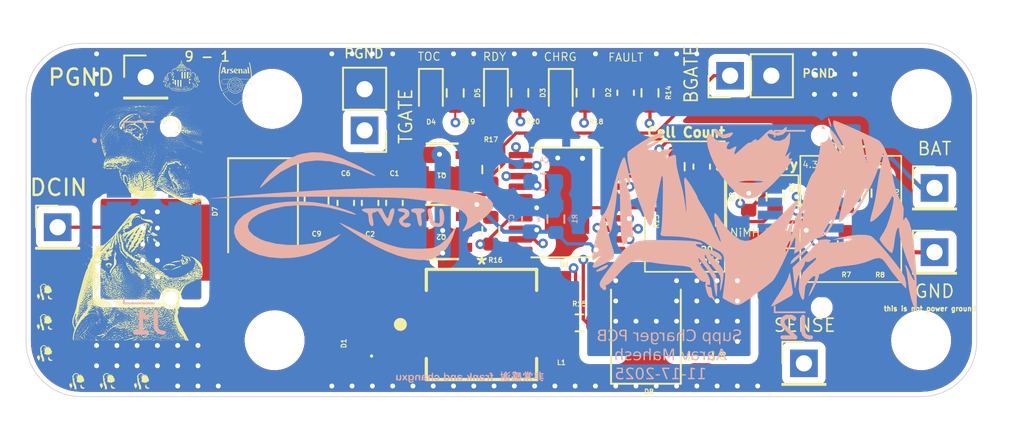
<source format=kicad_pcb>
(kicad_pcb (version 20241229) (generator "pcbnew") (generator_version "9.0")
  (layers (0 "F.Cu" signal) (4 "In1.Cu" signal) (6 "In2.Cu" signal) (2 "B.Cu" signal) (13 "F.Paste" user) (15 "B.Paste" user) (5 "F.SilkS" user "F.Silkscreen") (7 "B.SilkS" user "B.Silkscreen") (1 "F.Mask" user) (3 "B.Mask" user) (25 "Edge.Cuts" user))
  (net 0 "")
  (net 1 "GND")
  (net 2 "/CELL")
  (net 3 "/VDD")
  (net 4 "BAT")
  (net 5 "PGND")
  (net 7 "/SENSE")
  (net 8 "+24V")
  (net 10 "/TOC")
  (net 12 "/CHRG")
  (net 14 "/TGATE")
  (net 15 "/READY")
  (net 16 "/FAULT")
  (net 17 "/BGATE")
  (net 18 "/CHEM")
  (net 19 "/3V3_THERM")
  (net 20 "/TIMER")
  (net 21 "Net-(R4-Pad2)")
  (net 22 "Net-(R6-Pad2)")
  (net 23 "/CELLDIV")
  (net 25 "/NMOS_GATE")
  (net 26 "Net-(D2-K)")
  (net 27 "Net-(D3-K)")
  (net 28 "Net-(D4-K)")
  (net 29 "Net-(D5-K)")
  (net 30 "/PMOS_GATE")
  (net 31 "/SWITCH_NODE")
  (footprint "Resistor_SMD:R_0603_1608Metric" (layer "F.Cu") (at 153.04 140.545 -90)
    (property "Reference" "R8")
    (property "Value" "50k")
  )
  (footprint "Connector_PinHeader_2.54mm:PinHeader_1x01_P2.54mm_Vertical" (layer "F.Cu") (at 156.4 140.99)
    (property "Reference" "GND1" (hide yes))
    (property "Value" "TestPoint")
  )
  (footprint "Capacitor_SMD:C_0603_1608Metric" (layer "F.Cu") (at 137.36 131.155 -90)
    (property "Reference" "D2")
    (property "Value" "FAULT")
  )
  (footprint "Resistor_SMD:R_0603_1608Metric" (layer "F.Cu") (at 146.57 137.575 -90)
    (property "Reference" "R3")
    (property "Value" "0")
  )
  (footprint "Connector_PinHeader_2.54mm:PinHeader_1x02_P2.54mm_Vertical" (layer "F.Cu") (at 143.8 130.1 90)
    (property "Reference" "BGATE1" (hide yes))
    (property "Value" "Conn_01x02")
  )
  (footprint "CustomLib:mid" (layer "F.Cu") (at 113.3 130.53805)
    (property "Reference" "LOGO9" (hide yes))
    (property "Value" "mid" (hide yes))
  )
  (footprint "Capacitor_SMD:C_0603_1608Metric" (layer "F.Cu") (at 142.05 135.7125 90)
    (property "Reference" "C3")
    (property "Value" "0.1uF")
  )
  (footprint "CustomLib:WE-LHMI_7050" (layer "F.Cu") (at 128.475 145.45)
    (property "Reference" "L1")
    (property "Value" "10uH")
  )
  (footprint "CustomLib:rose" (layer "F.Cu") (at 101.56 145.31)
    (property "Reference" "LOGO5" (hide yes))
    (property "Value" "Rose" (hide yes))
  )
  (footprint "Resistor_SMD:R_0603_1608Metric" (layer "F.Cu") (at 126.855287 131.163828 -90)
    (property "Reference" "R19")
    (property "Value" "3K")
  )
  (footprint "Diode_SMD:D_SMB" (layer "F.Cu") (at 138.60995 145.45 90)
    (property "Reference" "D8")
    (property "Value" "TVS_O")
  )
  (footprint "CustomLib:UPS140E3TR7" (layer "F.Cu") (at 121.7 144.65 90)
    (property "Reference" "D1")
    (property "Value" "D_Schottky" (hide yes))
  )
  (footprint "Connector_PinHeader_2.54mm:PinHeader_1x01_P2.54mm_Vertical" (layer "F.Cu") (at 102.35 139.45)
    (property "Reference" "DCIN1" (hide yes))
    (property "Value" "TestPoint")
  )
  (footprint "Resistor_SMD:R_0603_1608Metric" (layer "F.Cu") (at 144.945 137.575 -90)
    (property "Reference" "R2")
    (property "Value" "0")
  )
  (footprint "Connector_PinHeader_2.54mm:PinHeader_1x01_P2.54mm_Vertical" (layer "F.Cu") (at 156.4 137.025)
    (property "Reference" "BAT1" (hide yes))
    (property "Value" "TestPoint")
  )
  (footprint "Resistor_SMD:R_0603_1608Metric" (layer "F.Cu") (at 150.96 137.345 -90)
    (property "Reference" "R4")
    (property "Value" "0")
  )
  (footprint "CustomLib:TSOT23-6-419BL_OSI" (layer "F.Cu") (at 126.04745 139.739998 180)
    (property "Reference" "Q2")
    (property "Value" "PMOS")
  )
  (footprint "CustomLib:TSOP6_MO-193C_VIS" (layer "F.Cu") (at 126.0534 135.939999 180)
    (property "Reference" "Q1")
    (property "Value" "NMOS")
  )
  (footprint "Capacitor_SMD:C_0805_2012Metric" (layer "F.Cu") (at 118.30995 137.75 90)
    (property "Reference" "C9")
    (property "Value" "10uF")
  )
  (footprint "Resistor_SMD:R_0603_1608Metric" (layer "F.Cu") (at 130.84 131.155 -90)
    (property "Reference" "R20")
    (property "Value" "3K")
  )
  (footprint "Resistor_SMD:R_0603_1608Metric" (layer "F.Cu") (at 129.04745 139.665 90)
    (property "Reference" "R16")
    (property "Value" "0")
  )
  (footprint "CustomLib:rose" (layer "F.Cu") (at 101.56 143.44)
    (property "Reference" "LOGO5" (hide yes))
    (property "Value" "Rose" (hide yes))
  )
  (footprint "LED_SMD:LED_0603_1608Metric" (layer "F.Cu") (at 125.355287 131.163828 -90)
    (property "Reference" "D4")
    (property "Value" "TOC")
  )
  (footprint "Capacitor_SMD:C_0603_1608Metric" (layer "F.Cu") (at 120.10995 137.95 90)
    (property "Reference" "C6")
    (property "Value" "1uF")
  )
  (footprint "Package_SO:HTSSOP-20-1EP_4.4x6.5mm_P0.65mm_EP2.74x3.86mm" (layer "F.Cu") (at 133.74745 137.925 180)
    (property "Reference" "U1")
    (property "Value" "LTC4011CFE")
  )
  (footprint "MountingHole:MountingHole_3.2mm_M3" (layer "F.Cu") (at 155.6 131.525)
    (property "Reference" "H1" (hide yes))
    (property "Value" "MountingHole")
  )
  (footprint "Capacitor_SMD:C_0603_1608Metric" (layer "F.Cu") (at 123.10995 137.95 90)
    (property "Reference" "C1")
    (property "Value" "0.01uF")
  )
  (footprint "CustomLib:rose" (layer "F.Cu") (at 105.44 148.95)
    (property "Reference" "LOGO5" (hide yes))
    (property "Value" "Rose" (hide yes))
  )
  (footprint "Connector_PinHeader_2.54mm:PinHeader_1x01_P2.54mm_Vertical" (layer "F.Cu") (at 107.78 130.18)
    (property "Reference" "PGND1" (hide yes))
    (property "Value" "TestPoint")
  )
  (footprint "MountingHole:MountingHole_3.2mm_M3" (layer "F.Cu") (at 115.575 131.525)
    (property "Reference" "H4" (hide yes))
    (property "Value" "MountingHole")
  )
  (footprint "CustomLib:sunderland" (layer "F.Cu") (at 109.979828 130.1)
    (property "Reference" "LOGO7" (hide yes))
    (property "Value" "best team" (hide yes))
  )
  (footprint "Resistor_SMD:R_0603_1608Metric" (layer "F.Cu") (at 129.04745 135.89 90)
    (property "Reference" "R17")
    (property "Value" "0")
  )
  (footprint "CustomLib:rose" (layer "F.Cu") (at 101.57 147.23)
    (property "Reference" "LOGO5" (hide yes))
    (property "Value" "Rose" (hide yes))
  )
  (footprint "Resistor_SMD:R_0603_1608Metric" (layer "F.Cu") (at 138.86 131.155 -90)
    (property "Reference" "R14")
    (property "Value" "3K")
  )
  (footprint "LED_SMD:LED_0603_1608Metric" (layer "F.Cu") (at 133.36 131.1675 -90)
    (property "Reference" "D3")
    (property "Value" "CHRG")
  )
  (footprint "Resistor_SMD:R_0603_1608Metric_Pad0.98x0.95mm_HandSolder" (layer "F.Cu") (at 140.325 139.1125 90)
    (property "Reference" "R13")
    (property "Value" "198K")
  )
  (footprint "CustomLib:monk" (layer "F.Cu") (at 107.25 139.2 90)
    (property "Reference" "LOGO3" (hide yes))
    (property "Value" "Monkey" (hide yes))
  )
  (footprint "Connector_PinHeader_2.54mm:PinHeader_1x01_P2.54mm_Vertical" (layer "F.Cu") (at 148.35 147.85)
    (property "Reference" "SENSE1" (hide yes))
    (property "Value" "TestPoint")
  )
  (footprint "Resistor_SMD:R_0603_1608Metric" (layer "F.Cu") (at 150.96 140.54 -90)
    (property "Reference" "R7")
    (property "Value" "25k")
  )
  (footprint "CustomLib:rose" (layer "F.Cu") (at 107.55 148.95)
    (property "Reference" "LOGO5" (hide yes))
    (property "Value" "Rose" (hide yes))
  )
  (footprint "Capacitor_SMD:C_0603_1608Metric" (layer "F.Cu") (at 121.60995 137.95 90)
    (property "Reference" "C2")
    (property "Value" "0.1uF")
  )
  (footprint "Resistor_SMD:R_0603_1608Metric" (layer "F.Cu") (at 149.070097 137.345097 -90)
    (property "Reference" "R5")
    (property "Value" "0")
  )
  (footprint "Capacitor_SMD:C_0805_2012Metric" (layer "F.Cu") (at 142.00995 147.4 -90)
    (property "Reference" "C8")
    (property "Value" "10uF")
  )
  (footprint "MountingHole:MountingHole_3.2mm_M3" (layer "F.Cu") (at 115.725 146.425)
    (property "Reference" "H2" (hide yes))
    (property "Value" "MountingHole")
  )
  (footprint "Resistor_SMD:R_0603_1608Metric" (layer "F.Cu") (at 140.475 135.7125 90)
    (property "Reference" "R9")
    (property "Value" "10K")
  )
  (footprint "Resistor_SMD:R_0603_1608Metric_Pad0.98x0.95mm_HandSolder" (layer "F.Cu") (at 142.4 139.1125 90)
    (property "Reference" "R12")
    (property "Value" "90.9K")
  )
  (footprint "LED_SMD:LED_0603_1608Metric" (layer "F.Cu") (at 129.365 131.1675 -90)
    (property "Reference" "D5")
    (property "Value" "RDY")
  )
  (footprint "Resistor_SMD:R_0603_1608Metric" (layer "F.Cu") (at 153.04 137.345 -90)
    (property "Reference" "R6")
    (property "Value" "0")
  )
  (footprint "Resistor_SMD:R_0603_1608Metric" (layer "F.Cu") (at 134.86 131.155 -90)
    (property "Reference" "R18")
    (property "Value" "3K")
  )
  (footprint "Connector_PinHeader_2.54mm:PinHeader_1x02_P2.54mm_Vertical" (layer "F.Cu") (at 121.27 133.475 180)
    (property "Reference" "TGATE1" (hide yes))
    (property "Value" "Conn_01x02")
  )
  (footprint "Resistor_SMD:R_0603_1608Metric" (layer "F.Cu") (at 134.50995 145.35)
    (property "Reference" "R15")
    (property "Value" "0.05")
  )
  (footprint "MountingHole:MountingHole_3.2mm_M3" (layer "F.Cu") (at 155.575 146.425)
    (property "Reference" "H3" (hide yes))
    (property "Value" "MountingHole")
  )
  (footprint "Diode_SMD:D_SMB" (layer "F.Cu") (at 115.00995 138.85 -90)
    (property "Reference" "D7")
    (property "Value" "TVS_I")
  )
  (footprint "CustomLib:rose" (layer "F.Cu") (at 103.56 148.95)
    (property "Reference" "LOGO5" (hide yes))
    (property "Value" "Rose" (hide yes))
  )
  (footprint "Resistor_SMD:R_0603_1608Metric" (layer "B.Cu") (at 133.05995 138.95 90)
    (property "Reference" "R1")
    (property "Value" "20K")
  )
  (footprint "UTSVT_Logos:LHRs_LOGO" (layer "B.Cu") (at 126.355156 145.04961 180)
    (property "Reference" "LOGO1" (hide yes))
    (property "Value" "LHRs" (hide yes))
  )
  (footprint "UTSVT_Connectors:524652470" (layer "B.Cu") (at 148.15 139.1 90)
    (property "Reference" "J2")
    (property "Value" "SLIMSTACK" (hide yes))
  )
  (footprint "UTSVT_Logos:UTSVT_Logo_Symbol" (layer "B.Cu") (at 120.75 138.285857 180)
    (property "Reference" "LOGO2" (hide yes))
    (property "Value" "UTSVT" (hide yes))
  )
  (footprint "CustomLib:chinese" (layer "B.Cu") (at 127.661707 149.451985 180)
    (property "Reference" "LOGO8" (hide yes))
    (property "Value" "goats" (hide yes))
  )
  (footprint "Capacitor_SMD:C_0603_1608Metric" (layer "B.Cu") (at 131.48495 138.95 90)
    (property "Reference" "C7")
    (property "Value" "0.1uF")
  )
  (footprint "NetTie:NetTie-2_SMD_Pad0.5mm" (layer "B.Cu") (at 133.7 134.25 90)
    (property "Reference" "NT1" (hide yes))
    (property "Value" "NetTie_2" (hide yes))
  )
  (footprint "CustomLib:L" (layer "B.Cu") (at 145.314986 138.355111 180)
    (property "Reference" "LOGO6" (hide yes))
    (property "Value" "L" (hide yes))
  )
  (footprint "Capacitor_SMD:C_0603_1608Metric" (layer "B.Cu") (at 132.28495 136.65)
    (property "Reference" "C4")
    (property "Value" "0.1uF")
  )
  (footprint "UTSVT_Connectors:524652470" (layer "B.Cu") (at 108.025 138.55 90)
    (property "Reference" "J1")
    (property "Value" "SLIMSTACK" (hide yes))
  )
  (gr_rect (start 148.125 135.045) (end 154.35 142.835) (stroke (width 0.1)) (fill no) (layer "F.SilkS"))
  (gr_rect (start 143.57 136.24) (end 148.01 140.75) (stroke (width 0.1)) (fill no) (layer "F.SilkS"))
  (gr_rect (start 138.55 134.15) (end 143.475 142.2) (stroke (width 0.1)) (fill no) (layer "F.SilkS"))
  (gr_line (start 143.475 134.6) (end 143.475 141.925) (stroke (width 0.1)) (layer "F.SilkS"))
  (gr_arc (start 100.404163 131.504163) (mid 101.4 129.1) (end 103.804163 128.104163) (stroke (width 0.05)) (layer "Edge.Cuts"))
  (gr_arc (start 159 146.5) (mid 158.004163 148.904163) (end 155.6 149.9) (stroke (width 0.05)) (layer "Edge.Cuts"))
  (gr_arc (start 155.6 128.1) (mid 158.004163 129.095837) (end 159 131.5) (stroke (width 0.05)) (layer "Edge.Cuts"))
  (gr_line (start 103.804163 149.904163) (end 155.6 149.904163) (stroke (width 0.05)) (layer "Edge.Cuts"))
  (gr_line (start 159 146.5) (end 159 131.5) (stroke (width 0.05)) (layer "Edge.Cuts"))
  (gr_arc (start 103.804163 149.904163) (mid 101.4 148.908326) (end 100.404163 146.504163) (stroke (width 0.05)) (layer "Edge.Cuts"))
  (gr_line (start 100.404163 146.497773) (end 100.404163 131.504163) (stroke (width 0.05)) (layer "Edge.Cuts"))
  (gr_line (start 155.6 128.1) (end 103.804163 128.1) (stroke (width 0.05)) (layer "Edge.Cuts"))
  (gr_text "SENSE\n" (at 148.4 145.5 0) (layer "F.SilkS") (effects (font (size 0.8 0.8) (thickness 0.1))))
  (gr_text "GND\n" (at 156.4 143.4 0) (layer "F.SilkS") (effects (font (size 0.8 0.8) (thickness 0.1))))
  (gr_text "PGND" (at 119.95 129.075 0) (layer "F.SilkS") (effects (font (size 0.6 0.6) (thickness 0.1) (bold yes)) (justify left bottom)))
  (gr_text "45Min" (at 151.5 135.8 0) (layer "F.SilkS") (effects (font (size 0.4 0.4) (thickness 0.05)) (justify left bottom)))
  (gr_text "DCIN\n" (at 102.4 137 0) (layer "F.SilkS") (effects (font (size 1 1))))
  (gr_text "this is not power ground" (at 153.23 144.65 0) (layer "F.SilkS") (effects (font (size 0.3 0.3) (thickness 0.075)) (justify left bottom)))
  (gr_text "BAT\n" (at 156.4 134.6 0) (layer "F.SilkS") (effects (font (size 0.8 0.8) (thickness 0.1))))
  (gr_text "4.3Hr" (at 148.225 135.825 0) (layer "F.SilkS") (effects (font (size 0.4 0.4) (thickness 0.05)) (justify left bottom)))
  (gr_text "NiMH" (at 143.75 140.075 0) (layer "F.SilkS") (effects (font (size 0.5 0.5) (thickness 0.0625)) (justify left bottom)))
  (gr_text "1Hr" (at 150.2 135.8 0) (layer "F.SilkS") (effects (font (size 0.4 0.4) (thickness 0.05)) (justify left bottom)))
  (gr_text "TGATE\n" (at 123.8 132.6 90) (layer "F.SilkS") (effects (font (size 0.8 0.8) (thickness 0.1))))
  (gr_text " 20\nCells" (at 141.625 141.73 0) (layer "F.SilkS") (effects (font (size 0.4 0.4) (thickness 0.08) (bold yes)) (justify left bottom)))
  (gr_text "NiCd" (at 145.9 140.1 0) (layer "F.SilkS") (effects (font (size 0.5 0.5) (thickness 0.0625)) (justify left bottom)))
  (gr_text "PGND\n" (at 103.8 130.2 0) (layer "F.SilkS") (effects (font (size 1 1))))
  (gr_text "PGND" (at 148.2 130.25 0) (layer "F.SilkS") (effects (font (size 0.5 0.5) (thickness 0.1) (bold yes)) (justify left bottom)))
  (gr_text " 10\nCells" (at 139.575 141.73 0) (layer "F.SilkS") (effects (font (size 0.4 0.4) (thickness 0.08) (bold yes)) (justify left bottom)))
  (gr_text "Timer" (at 149.62 134.95 0) (layer "F.SilkS") (effects (font (size 0.6 0.6) (thickness 0.15) (bold yes)) (justify left bottom)))
  (gr_text "Cell Count" (at 138.6 133.95 0) (layer "F.SilkS") (effects (font (size 0.6 0.6) (thickness 0.15) (bold yes)) (justify left bottom)))
  (gr_text "BGATE\n" (at 141.4 130 90) (layer "F.SilkS") (effects (font (size 0.8 0.8) (thickness 0.1))))
  (gr_text "9 - 1" (at 110.1 129.27 0) (layer "F.SilkS") (effects (font (size 0.6 0.6) (thickness 0.1)) (justify left bottom)))
  (gr_text "Chemistry" (at 143.47 135.94 0) (layer "F.SilkS") (effects (font (size 0.6 0.6) (thickness 0.15) (bold yes)) (justify left bottom)))
  (gr_text "Supp Charger PCB\n   Aarav Mahesh\n       11-17-2025 " (at 144.54 148.95 0) (layer "B.SilkS") (effects (font (size 0.7 0.7) (thickness 0.1)) (justify left bottom mirror)))
  (segment (start 149.070097 138.170097) (end 149.070097 139.475097) (width 0.2) (layer "F.Cu") (net 1))
  (segment (start 139.119366 138.25) (end 139.970366 139.101) (width 0.2) (layer "F.Cu") (net 1))
  (segment (start 134.7 136.97245) (end 134.7 135.2) (width 0.2) (layer "F.Cu") (net 1))
  (segment (start 139.8855 134.1865) (end 141.299 134.1865) (width 0.2) (layer "F.Cu") (net 1))
  (segment (start 150.96 141.365) (end 153.035 141.365) (width 0.2) (layer "F.Cu") (net 1))
  (segment (start 139.970366 139.101) (end 145.869 139.101) (width 0.2) (layer "F.Cu") (net 1))
  (segment (start 139.43 134.642) (end 139.8855 134.1865) (width 0.2) (layer "F.Cu") (net 1))
  (segment (start 147.299291 139.129291) (end 148.168943 139.129291) (width 0.2) (layer "F.Cu") (net 1))
  (segment (start 136.60995 138.25) (end 134.07245 138.25) (width 0.2) (layer "F.Cu") (net 1))
  (segment (start 134.07245 138.25) (end 133.74745 137.925) (width 0.2) (layer "F.Cu") (net 1))
  (segment (start 149.070097 138.228137) (end 149.070097 138.170097) (width 0.2) (layer "F.Cu") (net 1))
  (segment (start 136.60995 138.25) (end 139.119366 138.25) (width 0.2) (layer "F.Cu") (net 1))
  (segment (start 156.425 141) (end 153.41 141) (width 0.25) (layer "F.Cu") (net 1))
  (segment (start 141.299 134.1865) (end 142.05 134.9375) (width 0.2) (layer "F.Cu") (net 1))
  (segment (start 146.57 138.4) (end 147.299291 139.129291) (width 0.2) (layer "F.Cu") (net 1))
  (segment (start 149.070097 139.475097) (end 150.96 141.365) (width 0.2) (layer "F.Cu") (net 1))
  (segment (start 153.41 141) (end 153.04 141.37) (width 0.25) (layer "F.Cu") (net 1))
  (segment (start 148.168943 139.129291) (end 149.070097 138.228137) (width 0.2) (layer "F.Cu") (net 1))
  (segment (start 145.869 139.101) (end 146.57 138.4) (width 0.2) (layer "F.Cu") (net 1))
  (segment (start 133.74745 137.925) (end 134.7 136.97245) (width 0.2) (layer "F.Cu") (net 1))
  (segment (start 153.035 141.365) (end 153.04 141.37) (width 0.2) (layer "F.Cu") (net 1))
  (via (at 134.7 135.2) (size 0.6) (drill 0.3) (layers "F.Cu" "B.Cu") (net 1))
  (via (at 134.7 135.2) (size 0.6) (drill 0.3) (layers "F.Cu" "B.Cu") (net 1))
  (via (at 139.43 134.642) (size 0.6) (drill 0.3) (layers "F.Cu" "B.Cu") (net 1))
  (via (at 133.174293 135.175707) (size 0.6) (drill 0.3) (layers "F.Cu" "B.Cu") (net 1))
  (segment (start 140.2375 136.3) (end 140.475 136.5375) (width 0.2) (layer "F.Cu") (net 2))
  (segment (start 142.05 136.4875) (end 140.525 136.4875) (width 0.25) (layer "F.Cu") (net 2))
  (segment (start 142.05 136.4875) (end 142.05 137.85) (width 0.25) (layer "F.Cu") (net 2))
  (segment (start 141.8 136.4625) (end 141.85 136.5125) (width 0.2) (layer "F.Cu") (net 2))
  (segment (start 140.475 136.5375) (end 140.475 137.875) (width 0.25) (layer "F.Cu") (net 2))
  (segment (start 136.60995 136.3) (end 140.2375 136.3) (width 0.2) (layer "F.Cu") (net 2))
  (segment (start 140.525 136.4875) (end 140.475 136.5375) (width 0.25) (layer "F.Cu") (net 2))
  (segment (start 131.811815 136.95) (end 131.87745 136.884365) (width 0.25) (layer "F.Cu") (net 3))
  (segment (start 130.88495 136.95) (end 131.811815 136.95) (width 0.25) (layer "F.Cu") (net 3))
  (via (at 131.87745 136.884365) (size 0.6) (drill 0.3) (layers "F.Cu" "B.Cu") (net 3))
  (segment (start 131.643085 136.65) (end 131.87745 136.884365) (width 0.25) (layer "B.Cu") (net 3))
  (segment (start 131.50995 136.65) (end 131.643085 136.65) (width 0.25) (layer "B.Cu") (net 3))
  (segment (start 134.75 141.825) (end 134.75 145.125) (width 0.2) (layer "F.Cu") (net 4))
  (segment (start 131.878451 135.65) (end 130.88495 135.65) (width 0.2) (layer "F.Cu") (net 4))
  (segment (start 134.75546 141.452103) (end 134.75546 141.81954) (width 0.2) (layer "F.Cu") (net 4))
  (segment (start 134.75 145.125) (end 134.975 145.35) (width 0.2) (layer "F.Cu") (net 4))
  (segment (start 140.325 140.025) (end 142.4 140.025) (width 0.2) (layer "F.Cu") (net 4))
  (segment (start 140.325 140.025) (end 140.6875 140.025) (width 0.2) (layer "F.Cu") (net 4))
  (segment (start 134.75546 141.81954) (end 134.75 141.825) (width 0.2) (layer "F.Cu") (net 4))
  (segment (start 134.975 145.35) (end 135.33495 145.35) (width 0.2) (layer "F.Cu") (net 4))
  (segment (start 142.4 140.025) (end 142.4 142.04) (width 0.2) (layer "F.Cu") (net 4))
  (via (at 138 145.25) (size 0.6) (drill 0.3) (layers "F.Cu" "B.Cu") (net 4))
  (via (at 136.75 142.75) (size 0.6) (drill 0.3) (layers "F.Cu" "B.Cu") (net 4))
  (via (at 136.75 145.25) (size 0.6) (drill 0.3) (layers "F.Cu" "B.Cu") (net 4))
  (via (at 136.75 144) (size 0.6) (drill 0.3) (layers "F.Cu" "B.Cu") (net 4))
  (via (at 144.25 142.75) (size 0.6) (drill 0.3) (layers "F.Cu" "B.Cu") (net 4))
  (via (at 144.25 144) (size 0.6) (drill 0.3) (layers "F.Cu" "B.Cu") (net 4))
  (via (at 144.25 145.25) (size 0.6) (drill 0.3) (layers "F.Cu" "B.Cu") (net 4))
  (via (at 140.5 145.25) (size 0.6) (drill 0.3) (layers "F.Cu" "B.Cu") (net 4))
  (via (at 141.75 144) (size 0.6) (drill 0.3) (layers "F.Cu" "B.Cu") (net 4))
  (via (at 140.5 142.75) (size 0.6) (drill 0.3) (layers "F.Cu" "B.Cu") (net 4))
  (via (at 143 144) (size 0.6) (drill 0.3) (layers "F.Cu" "B.Cu") (net 4))
  (via (at 143 145.25) (size 0.6) (drill 0.3) (layers "F.Cu" "B.Cu") (net 4))
  (via (at 140.5 144) (size 0.6) (drill 0.3) (layers "F.Cu" "B.Cu") (net 4))
  (via (at 141.75 142.75) (size 0.6) (drill 0.3) (layers "F.Cu" "B.Cu") (net 4))
  (via (at 143 142.75) (size 0.6) (drill 0.3) (layers "F.Cu" "B.Cu") (net 4))
  (via (at 139.25 145.25) (size 0.6) (drill 0.3) (layers "F.Cu" "B.Cu") (net 4))
  (via (at 141.75 145.25) (size 0.6) (drill 0.3) (layers "F.Cu" "B.Cu") (net 4))
  (via (at 144.25 146.5) (size 0.6) (drill 0.3) (layers "F.Cu" "B.Cu") (net 4))
  (via (at 134.75546 141.452103) (size 0.6) (drill 0.3) (layers "F.Cu" "B.Cu") (net 4))
  (via (at 131.878451 135.65) (size 0.6) (drill 0.3) (layers "F.Cu" "B.Cu") (net 4))
  (segment (start 153.75 135.2) (end 151.34 135.2) (width 0.25) (layer "B.Cu") (net 4))
  (segment (start 155.59 137.04) (end 153.75 135.2) (width 0.25) (layer "B.Cu") (net 4))
  (segment (start 130.88495 138.25) (end 131.877448 138.25) (width 0.25) (layer "F.Cu") (net 5))
  (segment (start 127.3869 136.89) (end 127.9369 137.44) (width 0.2) (layer "F.Cu") (net 5))
  (segment (start 129.98 138.25) (end 130.88495 138.25) (width 0.2) (layer "F.Cu") (net 5))
  (segment (start 129.17 137.44) (end 129.98 138.25) (width 0.2) (layer "F.Cu") (net 5))
  (segment (start 127.9369 137.44) (end 129.17 137.44) (width 0.2) (layer "F.Cu") (net 5))
  (via (at 106 148) (size 0.6) (drill 0.3) (layers "F.Cu" "B.Cu") (net 5))
  (via (at 151.5 130) (size 0.6) (drill 0.3) (layers "F.Cu" "B.Cu") (net 5))
  (via (at 109.75 148) (size 0.6) (drill 0.3) (layers "F.Cu" "B.Cu") (net 5))
  (via (at 108.5 146.75) (size 0.6) (drill 0.3) (layers "F.Cu" "B.Cu") (net 5))
  (via (at 112.25 149.25) (size 0.6) (drill 0.3) (layers "F.Cu" "B.Cu") (net 5))
  (via (at 149 131.25) (size 0.6) (drill 0.3) (layers "F.Cu" "B.Cu") (net 5))
  (via (at 130.5 149.25) (size 0.6) (drill 0.3) (layers "F.Cu" "B.Cu") (net 5))
  (via (at 104.75 148) (size 0.6) (drill 0.3) (layers "F.Cu" "B.Cu") (net 5))
  (via (at 126.75 128.75) (size 0.6) (drill 0.3) (layers "F.Cu" "B.Cu") (net 5))
  (via (at 109.75 149.25) (size 0.6) (drill 0.3) (layers "F.Cu" "B.Cu") (net 5))
  (via (at 141.75 149.25) (size 0.6) (drill 0.3) (layers "F.Cu" "B.Cu") (net 5))
  (via (at 120.5 128.75) (size 0.6) (drill 0.3) (layers "F.Cu" "B.Cu") (net 5))
  (via (at 150.25 128.75) (size 0.6) (drill 0.3) (layers "F.Cu" "B.Cu") (net 5))
  (via (at 135.5 149.25) (size 0.6) (drill 0.3) (layers "F.Cu" "B.Cu") (net 5))
  (via (at 108.5 148) (size 0.6) (drill 0.3) (layers "F.Cu" "B.Cu") (net 5))
  (via (at 119.25 128.75) (size 0.6) (drill 0.3) (layers "F.Cu" "B.Cu") (net 5))
  (via (at 123 128.75) (size 0.6) (drill 0.3) (layers "F.Cu" "B.Cu") (net 5))
  (via (at 144.25 149.25) (size 0.6) (drill 0.3) (layers "F.Cu" "B.Cu") (net 5))
  (via (at 120.5 149.25) (size 0.6) (drill 0.3) (layers "F.Cu" "B.Cu") (net 5))
  (via (at 139.25 128.75) (size 0.6) (drill 0.3) (layers "F.Cu" "B.Cu") (net 5))
  (via (at 149 130) (size 0.6) (drill 0.3) (layers "F.Cu" "B.Cu") (net 5))
  (via (at 104.75 128.75) (size 0.6) (drill 0.3) (layers "F.Cu" "B.Cu") (net 5))
  (via (at 133 149.25) (size 0.6) (drill 0.3) (layers "F.Cu" "B.Cu") (net 5))
  (via (at 104.75 130) (size 0.6) (drill 0.3) (layers "F.Cu" "B.Cu") (net 5))
  (via (at 131.75 128.75) (size 0.6) (drill 0.3) (layers "F.Cu" "B.Cu") (net 5))
  (via (at 138 149.25) (size 0.6) (drill 0.3) (layers "F.Cu" "B.Cu") (net 5))
  (via (at 109.75 146.75) (size 0.6) (drill 0.3) (layers "F.Cu" "B.Cu") (net 5))
  (via (at 151.5 128.75) (size 0.6) (drill 0.3) (layers "F.Cu" "B.Cu") (net 5))
  (via (at 124.25 149.25) (size 0.6) (drill 0.3) (layers "F.Cu" "B.Cu") (net 5))
  (via (at 121.75 128.75) (size 0.6) (drill 0.3) (layers "F.Cu" "B.Cu") (net 5))
  (via (at 125.5 149.25) (size 0.6) (drill 0.3) (layers "F.Cu" "B.Cu") (net 5))
  (via (at 139.25 149.25) (size 0.6) (drill 0.3) (layers "F.Cu" "B.Cu") (net 5))
  (via (at 104.75 146.75) (size 0.6) (drill 0.3) (layers "F.Cu" "B.Cu") (net 5))
  (via (at 150.25 131.25) (size 0.6) (drill 0.3) (layers "F.Cu" "B.Cu") (net 5))
  (via (at 119.25 149.25) (size 0.6) (drill 0.3) (layers "F.Cu" "B.Cu") (net 5))
  (via (at 140.5 149.25) (size 0.6) (drill 0.3) (layers "F.Cu" "B.Cu") (net 5))
  (via (at 143 149.25) (size 0.6) (drill 0.3) (layers "F.Cu" "B.Cu") (net 5))
  (via (at 126.75 149.25) (size 0.6) (drill 0.3) (layers "F.Cu" "B.Cu") (net 5))
  (via (at 135.5 128.75) (size 0.6) (drill 0.3) (layers "F.Cu" "B.Cu") (net 5))
  (via (at 149 128.75) (size 0.6) (drill 0.3) (layers "F.Cu" "B.Cu") (net 5))
  (via (at 136.75 149.25) (size 0.6) (drill 0.3) (layers "F.Cu" "B.Cu") (net 5))
  (via (at 130.5 128.75) (size 0.6) (drill 0.3) (layers "F.Cu" "B.Cu") (net 5))
  (via (at 151.5 131.25) (size 0.6) (drill 0.3) (layers "F.Cu" "B.Cu") (net 5))
  (via (at 129.25 149.25) (size 0.6) (drill 0.3) (layers "F.Cu" "B.Cu") (net 5))
  (via (at 104.75 131.25) (size 0.6) (drill 0.3) (layers "F.Cu" "B.Cu") (net 5))
  (via (at 107.25 146.75) (size 0.6) (drill 0.3) (layers "F.Cu" "B.Cu") (net 5))
  (via (at 134.25 149.25) (size 0.6) (drill 0.3) (layers "F.Cu" "B.Cu") (net 5))
  (via (at 128 128.75) (size 0.6) (drill 0.3) (layers "F.Cu" "B.Cu") (net 5))
  (via (at 111 149.25) (size 0.6) (drill 0.3) (layers "F.Cu" "B.Cu") (net 5))
  (via (at 121.75 149.25) (size 0.6) (drill 0.3) (layers "F.Cu" "B.Cu") (net 5))
  (via (at 111 148) (size 0.6) (drill 0.3) (layers "F.Cu" "B.Cu") (net 5))
  (via (at 140.5 128.75) (size 0.6) (drill 0.3) (layers "F.Cu" "B.Cu") (net 5))
  (via (at 128 149.25) (size 0.6) (drill 0.3) (layers "F.Cu" "B.Cu") (net 5))
  (via (at 123 149.25) (size 0.6) (drill 0.3) (layers "F.Cu" "B.Cu") (net 5))
  (via (at 107.25 148) (size 0.6) (drill 0.3) (layers "F.Cu" "B.Cu") (net 5))
  (via (at 131.75 149.25) (size 0.6) (drill 0.3) (layers "F.Cu" "B.Cu") (net 5))
  (via (at 111 146.75) (size 0.6) (drill 0.3) (layers "F.Cu" "B.Cu") (net 5))
  (via (at 106 146.75) (size 0.6) (drill 0.3) (layers "F.Cu" "B.Cu") (net 5))
  (via (at 145.5 149.25) (size 0.6) (drill 0.3) (layers "F.Cu" "B.Cu") (net 5))
  (via (at 131.877448 138.25) (size 0.6) (drill 0.3) (layers "F.Cu" "B.Cu") (net 5))
  (via (at 141.75 128.75) (size 0.6) (drill 0.3) (layers "F.Cu" "B.Cu") (net 5))
  (via (at 150.25 130) (size 0.6) (drill 0.3) (layers "F.Cu" "B.Cu") (net 5))
  (segment (start 131.48495 138.175) (end 133.00995 138.175) (width 0.25) (layer "B.Cu") (net 5))
  (segment (start 133.00995 138.175) (end 133.05995 138.125) (width 0.25) (layer "B.Cu") (net 5))
  (segment (start 131.877448 138.25) (end 131.55995 138.25) (width 0.25) (layer "B.Cu") (net 5))
  (segment (start 131.55995 138.25) (end 131.48495 138.175) (width 0.25) (layer "B.Cu") (net 5))
  (segment (start 130.6 134.71505) (end 130.88495 135) (width 0.2) (layer "F.Cu") (net 7))
  (segment (start 134.275 145.1) (end 134.025 145.35) (width 0.2) (layer "F.Cu") (net 7))
  (segment (start 130.6 134.5) (end 130.6 134.71505) (width 0.2) (layer "F.Cu") (net 7))
  (segment (start 134.15 141.975) (end 134.275 142.1) (width 0.2) (layer "F.Cu") (net 7))
  (segment (start 134.025 145.35) (end 133.68495 145.35) (width 0.2) (layer "F.Cu") (net 7))
  (segment (start 134.275 142.1) (end 134.275 145.1) (width 0.2) (layer "F.Cu") (net 7))
  (via (at 130.6 134.5) (size 0.6) (drill 0.3) (layers "F.Cu" "B.Cu") (net 7))
  (via (at 134.15 141.975) (size 0.6) (drill 0.3) (layers "F.Cu" "B.Cu") (net 7))
  (segment (start 102.35 139.45) (end 105.3 139.45) (width 0.2) (layer "F.Cu") (net 8))
  (segment (start 135.55 140.85) (end 136.60995 140.85) (width 0.2) (layer "F.Cu") (net 8))
  (segment (start 125.434897 138.05) (end 128.18495 138.05) (width 0.25) (layer "F.Cu") (net 8))
  (segment (start 124.6949 138.789997) (end 125.434897 138.05) (width 0.25) (layer "F.Cu") (net 8))
  (segment (start 133.36 131.955) (end 134.065 131.25) (width 0.25) (layer "F.Cu") (net 8))
  (segment (start 130.066 131.254) (end 132.659 131.254) (width 0.25) (layer "F.Cu") (net 8))
  (segment (start 129.365 131.955) (end 130.066 131.254) (width 0.25) (layer "F.Cu") (net 8))
  (segment (start 130.88495 139.55) (end 131.811816 139.55) (width 0.25) (layer "F.Cu") (net 8))
  (segment (start 131.811816 139.55) (end 131.877451 139.615635) (width 0.25) (layer "F.Cu") (net 8))
  (segment (start 132.659 131.254) (end 133.36 131.955) (width 0.25) (layer "F.Cu") (net 8))
  (segment (start 126.163115 131.1435) (end 128.5535 131.1435) (width 0.25) (layer "F.Cu") (net 8))
  (segment (start 134.065 131.25) (end 136.68 131.25) (width 0.25) (layer "F.Cu") (net 8))
  (segment (start 125.355287 131.951328) (end 126.163115 131.1435) (width 0.25) (layer "F.Cu") (net 8))
  (segment (start 136.68 131.25) (end 137.36 131.93) (width 0.25) (layer "F.Cu") (net 8))
  (segment (start 128.5535 131.1435) (end 129.365 131.955) (width 0.25) (layer "F.Cu") (net 8))
  (via (at 108.5 140.5) (size 0.6) (drill 0.3) (layers "F.Cu" "B.Cu") (net 8))
  (via (at 128.18495 138.05) (size 0.6) (drill 0.3) (layers "F.Cu" "B.Cu") (net 8))
  (via (at 135.55 140.85) (size 0.6) (drill 0.3) (layers "F.Cu" "B.Cu") (net 8))
  (via (at 108.5 138.5) (size 0.6) (drill 0.3) (layers "F.Cu" "B.Cu") (net 8))
  (via (at 107.6 141.5) (size 0.6) (drill 0.3) (layers "F.Cu" "B.Cu") (net 8))
  (via (at 107.6 140.5) (size 0.6) (drill 0.3) (layers "F.Cu" "B.Cu") (net 8))
  (via (at 107.6 138.5) (size 0.6) (drill 0.3) (layers "F.Cu" "B.Cu") (net 8))
  (via (at 107.6 139.5) (size 0.6) (drill 0.3) (layers "F.Cu" "B.Cu") (net 8))
  (via (at 108.5 142.5) (size 0.6) (drill 0.3) (layers "F.Cu" "B.Cu") (net 8))
  (via (at 108.5 141.5) (size 0.6) (drill 0.3) (layers "F.Cu" "B.Cu") (net 8))
  (via (at 108.5 139.5) (size 0.6) (drill 0.3) (layers "F.Cu" "B.Cu") (net 8))
  (via (at 107.6 142.5) (size 0.6) (drill 0.3) (layers "F.Cu" "B.Cu") (net 8))
  (via (at 131.877451 139.615635) (size 0.6) (drill 0.3) (layers "F.Cu" "B.Cu") (net 8))
  (segment (start 131.877451 139.615635) (end 131.594315 139.615635) (width 0.25) (layer "B.Cu") (net 8))
  (segment (start 131.594315 139.615635) (end 131.48495 139.725) (width 0.25) (layer "B.Cu") (net 8))
  (segment (start 128.18495 138.05) (end 129.85995 139.725) (width 0.25) (layer "B.Cu") (net 8))
  (segment (start 135.175 140.475) (end 133.75995 140.475) (width 0.2) (layer "B.Cu") (net 8))
  (segment (start 133.00995 139.725) (end 133.05995 139.775) (width 0.25) (layer "B.Cu") (net 8))
  (segment (start 131.48495 139.725) (end 133.00995 139.725) (width 0.25) (layer "B.Cu") (net 8))
  (segment (start 133.75995 140.475) (end 133.05995 139.775) (width 0.2) (layer "B.Cu") (net 8))
  (segment (start 129.85995 139.725) (end 131.48495 139.725) (width 0.25) (layer "B.Cu") (net 8))
  (segment (start 135.55 140.85) (end 135.175 140.475) (width 0.2) (layer "B.Cu") (net 8))
  (segment (start 126.855287 132.975287) (end 126.87 132.99) (width 0.127) (layer "F.Cu") (net 10))
  (segment (start 126.930287 131.988828) (end 126.971459 132.03) (width 0.127) (layer "F.Cu") (net 10))
  (segment (start 126.855287 131.988828) (end 126.930287 131.988828) (width 0.127) (layer "F.Cu") (net 10))
  (segment (start 126.971459 132.03) (end 127.04 132.03) (width 0.127) (layer "F.Cu") (net 10))
  (segment (start 130.002897 136.300001) (end 130.88495 136.3) (width 0.127) (layer "F.Cu") (net 10))
  (segment (start 126.855287 131.988828) (end 126.855287 132.975287) (width 0.127) (layer "F.Cu") (net 10))
  (via (at 126.87 132.99) (size 0.6) (drill 0.3) (layers "F.Cu" "B.Cu") (net 10))
  (via (at 130.002897 136.300001) (size 0.6) (drill 0.3) (layers "F.Cu" "B.Cu") (net 10))
  (via (at 147.9 138.45) (size 0.6) (drill 0.3) (layers "F.Cu" "B.Cu") (net 10))
  (segment (start 148.174364 138.614725) (end 148.259639 138.7) (width 0.2) (layer "B.Cu") (net 10))
  (segment (start 147.879301 138.528291) (end 147.965735 138.614725) (width 0.2) (layer "B.Cu") (net 10))
  (segment (start 148.259639 138.7) (end 150.05 138.7) (width 0.2) (layer "B.Cu") (net 10))
  (segment (start 147.965735 138.614725) (end 148.174364 138.614725) (width 0.2) (layer "B.Cu") (net 10))
  (segment (start 134.86 132.95) (end 134.8 133.01) (width 0.2) (layer "F.Cu") (net 12))
  (segment (start 138.109319 139.545) (end 138.104319 139.55) (width 0.2) (layer "F.Cu") (net 12))
  (segment (start 134.86 131.98) (end 134.86 132.95) (width 0.2) (layer "F.Cu") (net 12))
  (segment (start 138.13298 139.545) (end 138.109319 139.545) (width 0.2) (layer "F.Cu") (net 12))
  (segment (start 135.61745 139.484365) (end 135.683085 139.55) (width 0.2) (layer "F.Cu") (net 12))
  (segment (start 135.683085 139.55) (end 136.60995 139.55) (width 0.2) (layer "F.Cu") (net 12))
  (segment (start 138.104319 139.55) (end 136.60995 139.55) (width 0.2) (layer "F.Cu") (net 12))
  (via (at 138.13298 139.545) (size 0.6) (drill 0.3) (layers "F.Cu" "B.Cu") (net 12))
  (via (at 135.61745 139.484365) (size 0.6) (drill 0.3) (layers "F.Cu" "B.Cu") (net 12))
  (via (at 148.491803 139.635021) (size 0.6) (drill 0.3) (layers "F.Cu" "B.Cu") (net 12))
  (via (at 134.8 133.01) (size 0.6) (drill 0.3) (layers "F.Cu" "B.Cu") (net 12))
  (segment (start 148.626824 139.5) (end 148.491803 139.635021) (width 0.2) (layer "B.Cu") (net 12))
  (segment (start 150.05 139.5) (end 148.626824 139.5) (width 0.2) (layer "B.Cu") (net 12))
  (segment (start 130.22758 138.9) (end 130.88495 138.9) (width 0.2) (layer "F.Cu") (net 14))
  (segment (start 129.04745 140.08013) (end 130.22758 138.9) (width 0.2) (layer "F.Cu") (net 14))
  (segment (start 128.401652 140.5) (end 129.03745 140.5) (width 0.2) (layer "F.Cu") (net 14))
  (segment (start 129.03745 140.5) (end 129.04745 140.49) (width 0.2) (layer "F.Cu") (net 14))
  (segment (start 129.04745 140.49) (end 129.04745 140.08013) (width 0.2) (layer "F.Cu") (net 14))
  (via (at 128.401652 140.5) (size 0.6) (drill 0.3) (layers "F.Cu" "B.Cu") (net 14))
  (segment (start 132.265826 140.449988) (end 131.975455 140.449988) (width 0.2) (layer "F.Cu") (net 15))
  (segment (start 131.725467 140.2) (end 130.88495 140.2) (width 0.2) (layer "F.Cu") (net 15))
  (segment (start 131.975455 140.449988) (end 131.725467 140.2) (width 0.2) (layer "F.Cu") (net 15))
  (segment (start 130.84 132.89) (end 130.88 132.93) (width 0.2) (layer "F.Cu") (net 15))
  (segment (start 130.84 131.98) (end 130.84 132.89) (width 0.2) (layer "F.Cu") (net 15))
  (via (at 130.88 132.93) (size 0.6) (drill 0.3) (layers "F.Cu" "B.Cu") (net 15))
  (via (at 147.9 137.57) (size 0.6) (drill 0.3) (layers "F.Cu" "B.Cu") (net 15))
  (via (at 132.265826 140.449988) (size 0.6) (drill 0.3) (layers "F.Cu" "B.Cu") (net 15))
  (segment (start 147.92 137.57) (end 147.97589 137.62589) (width 0.2) (layer "B.Cu") (net 15))
  (segment (start 147.97589 137.62589) (end 147.982437 137.62589) (width 0.2) (layer "B.Cu") (net 15))
  (segment (start 147.982437 137.62589) (end 148.256547 137.9) (width 0.2) (layer "B.Cu") (net 15))
  (segment (start 148.256547 137.9) (end 150.05 137.9) (width 0.2) (layer "B.Cu") (net 15))
  (segment (start 137.6 140.2) (end 136.60995 140.2) (width 0.2) (layer "F.Cu") (net 16))
  (segment (start 138.86 133.01) (end 138.83 133.04) (width 0.2) (layer "F.Cu") (net 16))
  (segment (start 138.86 131.98) (end 138.86 133.01) (width 0.2) (layer "F.Cu") (net 16))
  (via (at 138.83 133.04) (size 0.6) (drill 0.3) (layers "F.Cu" "B.Cu") (net 16))
  (via (at 149.076159 140.329689) (size 0.6) (drill 0.3) (layers "F.Cu" "B.Cu") (net 16))
  (via (at 137.6 140.2) (size 0.6) (drill 0.3) (layers "F.Cu" "B.Cu") (net 16))
  (segment (start 149.105848 140.3) (end 149.076159 140.329689) (width 0.2) (layer "B.Cu") (net 16))
  (segment (start 150.05 140.3) (end 149.105848 140.3) (width 0.2) (layer "B.Cu") (net 16))
  (segment (start 129.04745 136.715) (end 129.04745 136.315) (width 0.2) (layer "F.Cu") (net 17))
  (segment (start 129.04745 136.315) (end 129.84645 135.516) (width 0.2) (layer "F.Cu") (net 17))
  (segment (start 130.609057 133.641) (end 139.259 133.641) (width 0.2) (layer "F.Cu") (net 17))
  (segment (start 129.84645 134.403607) (end 130.609057 133.641) (width 0.2) (layer "F.Cu") (net 17))
  (segment (start 139.259 133.641) (end 142.8 130.1) (width 0.2) (layer "F.Cu") (net 17))
  (segment (start 129.84645 135.516) (end 129.84645 134.403607) (width 0.2) (layer "F.Cu") (net 17))
  (segment (start 129.93245 137.6) (end 130.88495 137.6) (width 0.2) (layer "F.Cu") (net 17))
  (segment (start 129.04745 136.715) (end 129.93245 137.6) (width 0.2) (layer "F.Cu") (net 17))
  (segment (start 142.8 130.1) (end 143.8 130.1) (width 0.2) (layer "F.Cu") (net 17))
  (segment (start 137.56 138.9) (end 137.58 138.92) (width 0.25) (layer "F.Cu") (net 18))
  (segment (start 144.745 138.6) (end 144.945 138.4) (width 0.2) (layer "F.Cu") (net 18))
  (segment (start 146.57 136.775) (end 144.945 138.4) (width 0.25) (layer "F.Cu") (net 18))
  (segment (start 144.423195 137.975) (end 144.848195 138.4) (width 0.25) (layer "F.Cu") (net 18))
  (segment (start 146.57 136.75) (end 146.57 136.775) (width 0.25) (layer "F.Cu") (net 18))
  (segment (start 136.60995 138.9) (end 137.56 138.9) (width 0.25) (layer "F.Cu") (net 18))
  (segment (start 144.848195 138.4) (end 144.945 138.4) (width 0.25) (layer "F.Cu") (net 18))
  (via (at 137.58 138.92) (size 0.6) (drill 0.3) (layers "F.Cu" "B.Cu") (net 18))
  (via (at 144.423195 137.975) (size 0.6) (drill 0.3) (layers "F.Cu" "B.Cu") (net 18))
  (segment (start 144.95 137.35) (end 144.95 136.755) (width 0.25) (layer "F.Cu") (net 19))
  (segment (start 144.95 136.755) (end 144.945 136.75) (width 0.25) (layer "F.Cu") (net 19))
  (segment (start 136.60995 136.95) (end 137.61 136.95) (width 0.25) (layer "F.Cu") (net 19))
  (segment (start 136.60995 136.95) (end 136.60995 137.6) (width 0.25) (layer "F.Cu") (net 19))
  (via (at 144.95 137.35) (size 0.6) (drill 0.3) (layers "F.Cu" "B.Cu") (net 19))
  (via (at 137.61 136.95) (size 0.6) (drill 0.3) (layers "F.Cu" "B.Cu") (net 19))
  (segment (start 139.8471 133.62) (end 146.17 133.62) (width 0.2) (layer "F.Cu") (net 20))
  (segment (start 136.60995 135) (end 137.56795 134.042) (width 0.2) (layer "F.Cu") (net 20))
  (segment (start 146.17 133.62) (end 149.070097 136.520097) (width 0.2) (layer "F.Cu") (net 20))
  (segment (start 137.56795 134.042) (end 139.4251 134.042) (width 0.2) (layer "F.Cu") (net 20))
  (segment (start 139.4251 134.042) (end 139.8471 133.62) (width 0.2) (layer "F.Cu") (net 20))
  (segment (start 136.60995 135.65) (end 139.7125 135.65) (width 0.2) (layer "F.Cu") (net 23))
  (segment (start 139.7125 135.65) (end 140.475 134.8875) (width 0.2) (layer "F.Cu") (net 23))
  (segment (start 128.972448 134.989998) (end 129.04745 135.065) (width 0.2) (layer "F.Cu") (net 25))
  (segment (start 127.3869 134.989998) (end 128.972448 134.989998) (width 0.2) (layer "F.Cu") (net 25))
  (segment (start 137.36 130.38) (end 138.81 130.38) (width 0.2) (layer "F.Cu") (net 26))
  (segment (start 138.81 130.38) (end 138.86 130.33) (width 0.2) (layer "F.Cu") (net 26))
  (segment (start 134.81 130.38) (end 134.86 130.33) (width 0.2) (layer "F.Cu") (net 27))
  (segment (start 133.36 130.38) (end 134.81 130.38) (width 0.2) (layer "F.Cu") (net 27))
  (segment (start 125.392787 130.338828) (end 125.355287 130.376328) (width 0.2) (layer "F.Cu") (net 28))
  (segment (start 126.855287 130.338828) (end 125.392787 130.338828) (width 0.2) (layer "F.Cu") (net 28))
  (segment (start 130.79 130.38) (end 130.84 130.33) (width 0.2) (layer "F.Cu") (net 29))
  (segment (start 129.365 130.38) (end 130.79 130.38) (width 0.2) (layer "F.Cu") (net 29))
  (segment (start 128.997447 138.789997) (end 129.04745 138.84) (width 0.2) (layer "F.Cu") (net 30))
  (segment (start 127.4 138.789997) (end 128.997447 138.789997) (width 0.2) (layer "F.Cu") (net 30))
  (segment (start 125.849951 134.984999) (end 124.7199 134.984999) (width 1) (layer "F.Cu") (net 31))
  (segment (start 125.88495 134.95) (end 125.849951 134.984999) (width 1) (layer "F.Cu") (net 31))
  (via (at 126.08495 141.05) (size 0.6) (drill 0.3) (layers "F.Cu" "B.Cu") (net 31))
  (via (at 125.88495 134.95) (size 0.6) (drill 0.3) (layers "F.Cu" "B.Cu") (net 31))
  (via (at 126.08495 139.65) (size 0.6) (drill 0.3) (layers "F.Cu" "B.Cu") (net 31))
  (segment (start 126.08495 141.05) (end 126.08495 139.65) (width 1) (layer "B.Cu") (net 31))
  (segment (start 126.08495 135.15) (end 125.88495 134.95) (width 1) (layer "B.Cu") (net 31))
  (segment (start 126.08495 139.65) (end 126.08495 135.15) (width 1) (layer "B.Cu") (net 31))
  (zone (net 5) (net_name "PGND") (layer "F.Cu") (connect_pads yes (clearance 0.5)) (min_thickness 0.25) (fill yes (thermal_gap 0.5) (thermal_bridge_width 0.5))
    (polygon (pts (xy 100.3 128.175042) (xy 158.975 128.125) (xy 159.175 149.775) (xy 100.275 149.925) (xy 100.425 128.175042)))
  )
  (zone (net 7) (net_name "/SENSE") (layer "F.Cu") (priority 2) (connect_pads yes (clearance 0.5)) (min_thickness 0.25) (fill yes (thermal_gap 0.5) (thermal_bridge_width 0.5))
    (polygon (pts (xy 128.4 142.15) (xy 134 142.15) (xy 134 147.95) (xy 128.4 147.95)))
  )
  (zone (net 8) (net_name "+24V") (layer "F.Cu") (priority 1) (connect_pads yes (clearance 0.5)) (min_thickness 0.25) (fill yes (thermal_gap 0.5) (thermal_bridge_width 0.5))
    (polygon (pts (xy 104.98495 138.05) (xy 125.28495 138.05) (xy 125.28495 142.75) (xy 104.98495 142.75)))
  )
  (zone (net 5) (net_name "PGND") (layer "F.Cu") (connect_pads yes (clearance 0.5)) (min_thickness 0.25) (fill yes (thermal_gap 0.5) (thermal_bridge_width 0.5))
    (polygon (pts (xy 100.275 128.175) (xy 158.975 128.125) (xy 159.175 149.775) (xy 100.275 149.925) (xy 100.125 128.325) (xy 100.425 128.175)))
  )
  (zone (net 4) (net_name "BAT") (layer "F.Cu") (priority 2) (connect_pads yes (clearance 0.5)) (min_thickness 0.25) (fill yes (thermal_gap 0.5) (thermal_bridge_width 0.5))
    (polygon (pts (xy 135 141.6) (xy 145.05 141.6) (xy 145.05 147.4) (xy 135 147.4)))
  )
  (zone (net 31) (net_name "/SWITCH_NODE") (layer "F.Cu") (connect_pads yes (clearance 0.5)) (min_thickness 0.25) (fill yes (thermal_gap 0.5) (thermal_bridge_width 0.5))
    (polygon (pts (xy 119.28495 143.75) (xy 124.08495 143.75) (xy 124.08495 139.25) (xy 128.28495 139.25) (xy 128.28495 147.95) (xy 119.28495 147.95)))
  )
  (zone (net 1) (net_name "GND") (layers "F.Cu" "B.Cu") (priority 3) (connect_pads yes (clearance 0.5)) (min_thickness 0.25) (fill yes (thermal_gap 0.5) (thermal_bridge_width 0.5))
    (polygon (pts (xy 132.2 134.5) (xy 135.3 134.5) (xy 135.3 141.4) (xy 132.2 141.4)))
  )
  (zone (net 8) (net_name "+24V") (layers "F.Cu" "B.Cu") (priority 2) (connect_pads yes (clearance 0.5)) (min_thickness 0.25) (fill yes (thermal_gap 0.5) (thermal_bridge_width 0.5))
    (polygon (pts (xy 105 137.7) (xy 111.2 137.7) (xy 111.2 143.9) (xy 105 143.9)))
  )
  (zone (net 5) (net_name "PGND") (layer "B.Cu") (priority 2) (connect_pads yes (clearance 0.5)) (min_thickness 0.25) (fill yes (thermal_gap 0.5) (thermal_bridge_width 0.5))
    (polygon (pts (xy 100.15 128) (xy 159.15 128) (xy 159.25 149.9) (xy 100.1 150.05) (xy 100.1 128.1)))
  )
  (zone (net 4) (net_name "BAT") (layer "B.Cu") (priority 4) (connect_pads yes (clearance 0.5)) (min_thickness 0.25) (fill yes (thermal_gap 0.5) (thermal_bridge_width 0.5))
    (polygon (pts (xy 135 141.6) (xy 139.25 141.6) (xy 139.25 133.1) (xy 151.85 133.1) (xy 151.85 137.9) (xy 145.05 137.9) (xy 145.05 147.4) (xy 135 147.4)))
  )
)
</source>
